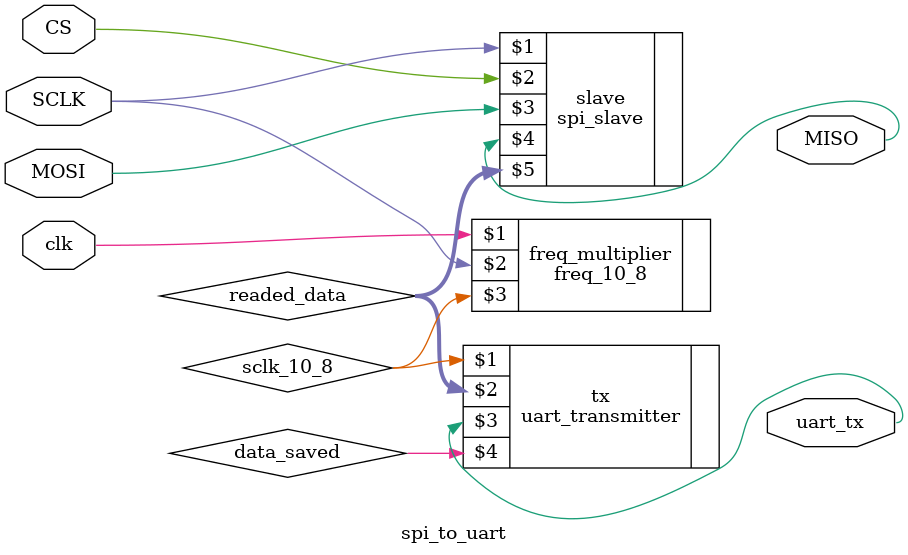
<source format=v>
module spi_to_uart (
    input clk,
    input SCLK,
    input CS,
    input MOSI,
    output wire MISO,
    output wire uart_tx
);
    wire [7:0] readed_data;
    wire data_saved;
    wire sclk_10_8;

    spi_slave slave(SCLK,CS,MOSI,MISO,readed_data);
    uart_transmitter tx(sclk_10_8,readed_data,uart_tx,data_saved);
    freq_10_8 freq_multiplier(clk,SCLK,sclk_10_8);
endmodule
</source>
